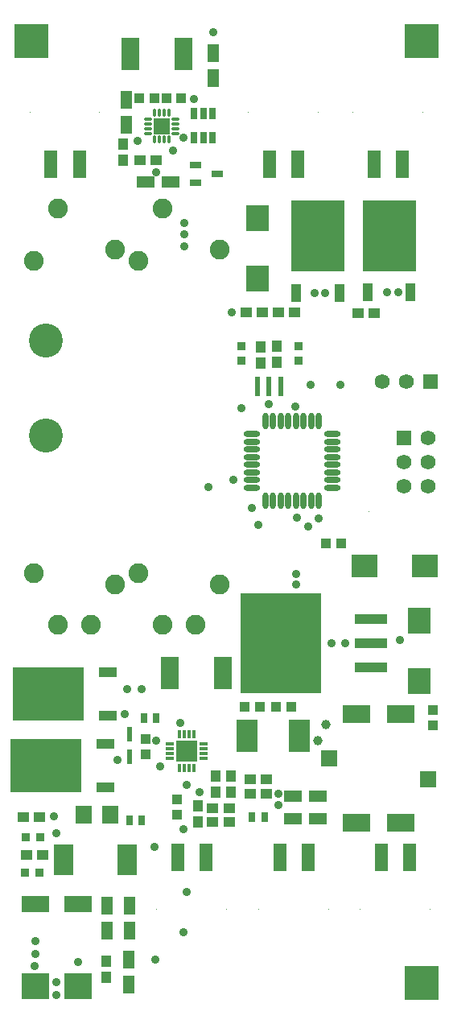
<source format=gts>
G04 Layer_Color=8388736*
%FSLAX25Y25*%
%MOIN*%
G70*
G01*
G75*
%ADD75R,0.04055X0.04252*%
%ADD76R,0.01890X0.08189*%
%ADD77R,0.04646X0.04252*%
%ADD78R,0.21968X0.29449*%
%ADD79R,0.04055X0.07795*%
%ADD80R,0.09764X0.10551*%
%ADD81R,0.05158X0.07402*%
%ADD82R,0.04843X0.02677*%
%ADD83R,0.04252X0.04646*%
%ADD84R,0.07402X0.05158*%
%ADD85O,0.03268X0.01496*%
%ADD86O,0.01496X0.03268*%
%ADD87R,0.06811X0.06811*%
%ADD88R,0.02598X0.05118*%
%ADD89R,0.05315X0.11811*%
%ADD90R,0.07520X0.13819*%
%ADD91R,0.10551X0.09764*%
%ADD92R,0.04252X0.04055*%
%ADD93R,0.03071X0.04252*%
%ADD94R,0.03465X0.03465*%
%ADD95R,0.08189X0.12717*%
%ADD96R,0.02480X0.06024*%
%ADD97R,0.03465X0.03465*%
%ADD98R,0.11339X0.10551*%
%ADD99R,0.11339X0.07008*%
%ADD100R,0.07795X0.04055*%
%ADD101R,0.29449X0.21968*%
%ADD102R,0.06614X0.07402*%
%ADD103R,0.08780X0.13701*%
%ADD104R,0.06516X0.06516*%
%ADD105R,0.11339X0.07795*%
%ADD106O,0.02480X0.06811*%
%ADD107O,0.06811X0.02480*%
%ADD108R,0.13307X0.04449*%
%ADD109R,0.33386X0.41654*%
%ADD110R,0.01417X0.03465*%
%ADD111R,0.03465X0.01417*%
%ADD112R,0.08740X0.08740*%
%ADD113R,0.00315X0.00315*%
%ADD114R,0.14094X0.14094*%
%ADD115R,0.14094X0.14094*%
%ADD116C,0.00315*%
%ADD117R,0.06221X0.06221*%
%ADD118C,0.06221*%
%ADD119R,0.06221X0.06221*%
%ADD120C,0.08189*%
%ADD121C,0.14094*%
%ADD122C,0.14094*%
%ADD123R,0.00315X0.00315*%
%ADD124C,0.03950*%
%ADD125C,0.03465*%
%ADD126C,0.03465*%
%ADD127C,0.02284*%
D75*
X54232Y375886D02*
D03*
X60532D02*
D03*
X65551Y375886D02*
D03*
X71850D02*
D03*
X137992Y191732D02*
D03*
X131693D02*
D03*
X111122Y123917D02*
D03*
X117421D02*
D03*
X104232D02*
D03*
X97933D02*
D03*
D76*
X108169Y256594D02*
D03*
X112894D02*
D03*
X103445D02*
D03*
D77*
X112106Y287205D02*
D03*
X118799D02*
D03*
X54528Y350394D02*
D03*
X61221D02*
D03*
X144980Y286910D02*
D03*
X151673D02*
D03*
X105512Y287205D02*
D03*
X98819D02*
D03*
X14469Y62599D02*
D03*
X7776D02*
D03*
X100295Y94095D02*
D03*
X106988D02*
D03*
X13091Y78248D02*
D03*
X6398D02*
D03*
X106890Y87894D02*
D03*
X100197D02*
D03*
X84843Y82087D02*
D03*
X91536D02*
D03*
X91536Y76280D02*
D03*
X84843D02*
D03*
D78*
X128347Y318898D02*
D03*
X157874D02*
D03*
D79*
X137323Y295473D02*
D03*
X119370D02*
D03*
X148898Y295669D02*
D03*
X166850D02*
D03*
D80*
X103445Y301280D02*
D03*
Y326476D02*
D03*
X170276Y134547D02*
D03*
Y159744D02*
D03*
D81*
X49016Y375433D02*
D03*
Y365118D02*
D03*
X84941Y394724D02*
D03*
Y384409D02*
D03*
X50394Y31358D02*
D03*
Y41673D02*
D03*
X41142Y31358D02*
D03*
Y41673D02*
D03*
X50099Y19331D02*
D03*
Y9016D02*
D03*
D82*
X86713Y344685D02*
D03*
X77854Y340945D02*
D03*
Y348425D02*
D03*
D83*
X47736Y357087D02*
D03*
Y350394D02*
D03*
X104528Y266437D02*
D03*
Y273130D02*
D03*
X40650Y11909D02*
D03*
Y18602D02*
D03*
X86024Y95276D02*
D03*
Y88583D02*
D03*
X92225Y88681D02*
D03*
Y95374D02*
D03*
X78543Y76280D02*
D03*
Y82973D02*
D03*
X111516Y266634D02*
D03*
Y273327D02*
D03*
D84*
X57146Y341339D02*
D03*
X67461D02*
D03*
X118071Y86910D02*
D03*
X128386D02*
D03*
X118071Y77559D02*
D03*
X128386D02*
D03*
D85*
X58169Y367421D02*
D03*
Y365453D02*
D03*
Y363484D02*
D03*
Y361516D02*
D03*
X69193D02*
D03*
Y363484D02*
D03*
Y365453D02*
D03*
Y367421D02*
D03*
D86*
X60728Y358957D02*
D03*
X62697D02*
D03*
X64665D02*
D03*
X66634D02*
D03*
Y369980D02*
D03*
X64665D02*
D03*
X62697D02*
D03*
X60728D02*
D03*
D87*
X63681Y364469D02*
D03*
D88*
X84646Y359547D02*
D03*
X80906D02*
D03*
X77165D02*
D03*
Y369783D02*
D03*
X80906D02*
D03*
X84646D02*
D03*
D89*
X120169Y348642D02*
D03*
X108358D02*
D03*
X17807D02*
D03*
X29618D02*
D03*
X163476D02*
D03*
X151665D02*
D03*
X154634Y61594D02*
D03*
X166445D02*
D03*
X112606Y61693D02*
D03*
X124417D02*
D03*
X70284D02*
D03*
X82095D02*
D03*
D90*
X72618Y394390D02*
D03*
X50807D02*
D03*
X67146Y138189D02*
D03*
X88957D02*
D03*
D91*
X172736Y182480D02*
D03*
X147539D02*
D03*
D92*
X176181Y122638D02*
D03*
Y116339D02*
D03*
X56988Y110630D02*
D03*
Y104331D02*
D03*
X70177Y79232D02*
D03*
Y85532D02*
D03*
D93*
X50197Y77067D02*
D03*
X55315D02*
D03*
X101181Y78248D02*
D03*
X106299D02*
D03*
X56398Y119390D02*
D03*
X61516D02*
D03*
D94*
X96654Y273228D02*
D03*
Y267323D02*
D03*
X120374Y273425D02*
D03*
Y267520D02*
D03*
D95*
X49488Y60728D02*
D03*
X23150D02*
D03*
D96*
X50492Y112697D02*
D03*
Y103445D02*
D03*
D97*
X7087Y55512D02*
D03*
X12992D02*
D03*
X13386Y69882D02*
D03*
X7480D02*
D03*
D98*
X11220Y8366D02*
D03*
X28937D02*
D03*
D99*
X11220Y42421D02*
D03*
X28937D02*
D03*
D100*
X40453Y90827D02*
D03*
Y108780D02*
D03*
X41240Y120453D02*
D03*
Y138406D02*
D03*
D101*
X15846Y99803D02*
D03*
X16634Y129429D02*
D03*
D102*
X42421Y79232D02*
D03*
X31398D02*
D03*
D103*
X98917Y112008D02*
D03*
X120768D02*
D03*
D104*
X174016Y94173D02*
D03*
X133071Y102677D02*
D03*
D105*
X144488Y75984D02*
D03*
X162599D02*
D03*
X144488Y120866D02*
D03*
X162599D02*
D03*
D106*
X128740Y242421D02*
D03*
X125591D02*
D03*
X122441D02*
D03*
X119291D02*
D03*
X116142D02*
D03*
X112992D02*
D03*
X109843D02*
D03*
X106693D02*
D03*
Y209350D02*
D03*
X109843D02*
D03*
X112992D02*
D03*
X116142D02*
D03*
X119291D02*
D03*
X122441D02*
D03*
X125591D02*
D03*
X128740D02*
D03*
D107*
X101181Y236910D02*
D03*
Y233760D02*
D03*
Y230610D02*
D03*
Y227461D02*
D03*
Y224311D02*
D03*
Y221162D02*
D03*
Y218012D02*
D03*
Y214862D02*
D03*
X134252D02*
D03*
Y218012D02*
D03*
Y221162D02*
D03*
Y224311D02*
D03*
Y227461D02*
D03*
Y230610D02*
D03*
Y233760D02*
D03*
Y236910D02*
D03*
D108*
X150492Y140394D02*
D03*
Y150394D02*
D03*
Y160394D02*
D03*
D109*
X112894Y150394D02*
D03*
D110*
X71063Y98819D02*
D03*
X73032D02*
D03*
X75000D02*
D03*
X76969D02*
D03*
Y112599D02*
D03*
X75000D02*
D03*
X73032D02*
D03*
X71063D02*
D03*
D111*
X80906Y102756D02*
D03*
Y104725D02*
D03*
Y106693D02*
D03*
Y108661D02*
D03*
X67126D02*
D03*
Y106693D02*
D03*
Y104725D02*
D03*
Y102756D02*
D03*
D112*
X74016Y105709D02*
D03*
D113*
X99854Y370177D02*
D03*
X128673D02*
D03*
X38122D02*
D03*
X9303D02*
D03*
X143161D02*
D03*
X171980D02*
D03*
X174949Y40059D02*
D03*
X146130D02*
D03*
X132921Y40157D02*
D03*
X104102D02*
D03*
X90598D02*
D03*
X61780D02*
D03*
D114*
X171260Y399606D02*
D03*
D115*
X9843D02*
D03*
X171260Y9843D02*
D03*
D116*
X3347Y24508D02*
D03*
X23031D02*
D03*
X140354Y86614D02*
D03*
X166732Y110236D02*
D03*
D117*
X164075Y235433D02*
D03*
D118*
X174075D02*
D03*
X164075Y225433D02*
D03*
X174075D02*
D03*
X164075Y215433D02*
D03*
X174075D02*
D03*
X165000Y258760D02*
D03*
X155000D02*
D03*
D119*
X175000D02*
D03*
D120*
X44291Y313386D02*
D03*
Y174803D02*
D03*
X10827Y308662D02*
D03*
Y179528D02*
D03*
X20669Y330315D02*
D03*
X34449Y157874D02*
D03*
X20669D02*
D03*
X87599Y313386D02*
D03*
Y174803D02*
D03*
X54134Y308662D02*
D03*
Y179528D02*
D03*
X63976Y330315D02*
D03*
X77756Y157874D02*
D03*
X63976D02*
D03*
D121*
X15748Y236221D02*
D03*
D122*
Y275591D02*
D03*
D123*
X149606Y204725D02*
D03*
D124*
X131693Y116831D02*
D03*
X128248Y109941D02*
D03*
D125*
X72933Y319783D02*
D03*
Y314862D02*
D03*
Y324508D02*
D03*
X137697Y257382D02*
D03*
X125197D02*
D03*
X125394Y134055D02*
D03*
X117323Y133661D02*
D03*
X109646Y133760D02*
D03*
X124508Y142225D02*
D03*
X117225Y142126D02*
D03*
X109449Y142028D02*
D03*
X102264Y133760D02*
D03*
Y142028D02*
D03*
X124311Y164567D02*
D03*
X117028Y164469D02*
D03*
X109547Y164272D02*
D03*
X102067Y164075D02*
D03*
X124114Y157382D02*
D03*
X117028D02*
D03*
X109744Y156988D02*
D03*
X102264Y156693D02*
D03*
X123819Y150099D02*
D03*
X117028Y150000D02*
D03*
X109449Y149803D02*
D03*
X102264D02*
D03*
X162500Y326575D02*
D03*
X153445Y326870D02*
D03*
X162008Y318406D02*
D03*
X153740Y318701D02*
D03*
X162106Y310335D02*
D03*
X153543Y310925D02*
D03*
X61221Y345413D02*
D03*
X124016Y311024D02*
D03*
Y318898D02*
D03*
Y326772D02*
D03*
X131890D02*
D03*
Y318898D02*
D03*
Y311024D02*
D03*
X7874Y94390D02*
D03*
X68209Y354528D02*
D03*
X72638Y359547D02*
D03*
X84941Y403346D02*
D03*
X96654Y247835D02*
D03*
X131496Y295473D02*
D03*
X127165Y295473D02*
D03*
X161614Y295768D02*
D03*
X157185Y295669D02*
D03*
X53642Y358268D02*
D03*
X19980Y4823D02*
D03*
Y10138D02*
D03*
X119488Y174606D02*
D03*
X119291Y179035D02*
D03*
X119144Y248475D02*
D03*
X45276Y101969D02*
D03*
X62992Y99410D02*
D03*
X48228Y120965D02*
D03*
X61417Y109941D02*
D03*
X19094Y78543D02*
D03*
X79331Y88583D02*
D03*
X72835Y73524D02*
D03*
X20079Y71752D02*
D03*
X74016Y91831D02*
D03*
X124213Y198622D02*
D03*
X128839Y202067D02*
D03*
X83169Y214961D02*
D03*
X101083Y206496D02*
D03*
X93406Y218012D02*
D03*
X119587Y202362D02*
D03*
X139764Y150394D02*
D03*
X134055D02*
D03*
X162500Y151575D02*
D03*
X28937Y18209D02*
D03*
X11122Y16535D02*
D03*
X11417Y21752D02*
D03*
X61063Y19331D02*
D03*
X72736Y30709D02*
D03*
X73917Y47343D02*
D03*
X60827Y66043D02*
D03*
X71358Y117520D02*
D03*
X55315Y131201D02*
D03*
X111909Y87894D02*
D03*
Y83465D02*
D03*
X7874Y125984D02*
D03*
X15748D02*
D03*
X23622D02*
D03*
X15748Y133858D02*
D03*
X23622D02*
D03*
Y102362D02*
D03*
Y94488D02*
D03*
X15748D02*
D03*
Y102362D02*
D03*
X7874D02*
D03*
X108169Y249410D02*
D03*
D126*
X77165Y375689D02*
D03*
X92717Y287205D02*
D03*
X63681Y364469D02*
D03*
X103839Y199311D02*
D03*
X11220Y26870D02*
D03*
X49213Y131201D02*
D03*
X7874Y133858D02*
D03*
D127*
X71851Y103543D02*
D03*
Y107874D02*
D03*
X76181Y103543D02*
D03*
Y107874D02*
D03*
M02*

</source>
